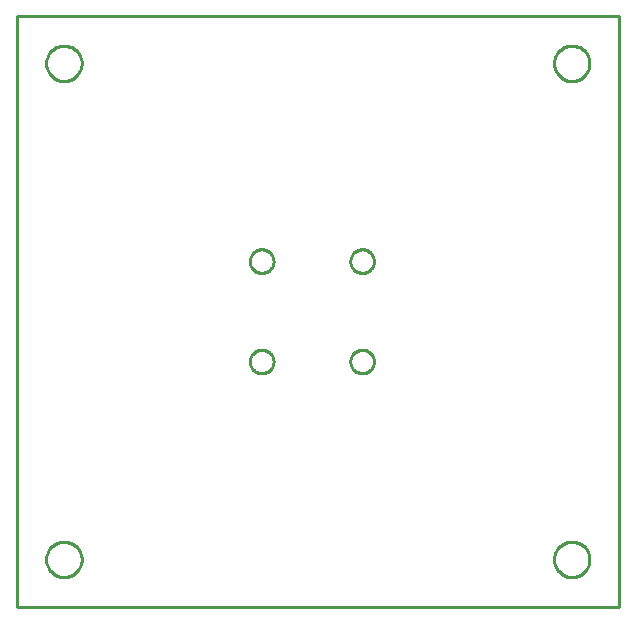
<source format=gbr>
G04 EAGLE Gerber RS-274X export*
G75*
%MOMM*%
%FSLAX34Y34*%
%LPD*%
%IN*%
%IPPOS*%
%AMOC8*
5,1,8,0,0,1.08239X$1,22.5*%
G01*
%ADD10C,0.254000*%


D10*
X0Y0D02*
X510000Y0D01*
X510000Y500000D01*
X0Y500000D01*
X0Y0D01*
X485000Y39464D02*
X484924Y38396D01*
X484771Y37335D01*
X484543Y36288D01*
X484241Y35260D01*
X483867Y34256D01*
X483422Y33281D01*
X482908Y32341D01*
X482329Y31440D01*
X481687Y30582D01*
X480985Y29772D01*
X480228Y29015D01*
X479418Y28313D01*
X478560Y27671D01*
X477659Y27092D01*
X476719Y26578D01*
X475744Y26133D01*
X474740Y25759D01*
X473712Y25457D01*
X472665Y25229D01*
X471604Y25076D01*
X470536Y25000D01*
X469464Y25000D01*
X468396Y25076D01*
X467335Y25229D01*
X466288Y25457D01*
X465260Y25759D01*
X464256Y26133D01*
X463281Y26578D01*
X462341Y27092D01*
X461440Y27671D01*
X460582Y28313D01*
X459772Y29015D01*
X459015Y29772D01*
X458313Y30582D01*
X457671Y31440D01*
X457092Y32341D01*
X456578Y33281D01*
X456133Y34256D01*
X455759Y35260D01*
X455457Y36288D01*
X455229Y37335D01*
X455076Y38396D01*
X455000Y39464D01*
X455000Y40536D01*
X455076Y41604D01*
X455229Y42665D01*
X455457Y43712D01*
X455759Y44740D01*
X456133Y45744D01*
X456578Y46719D01*
X457092Y47659D01*
X457671Y48560D01*
X458313Y49418D01*
X459015Y50228D01*
X459772Y50985D01*
X460582Y51687D01*
X461440Y52329D01*
X462341Y52908D01*
X463281Y53422D01*
X464256Y53867D01*
X465260Y54241D01*
X466288Y54543D01*
X467335Y54771D01*
X468396Y54924D01*
X469464Y55000D01*
X470536Y55000D01*
X471604Y54924D01*
X472665Y54771D01*
X473712Y54543D01*
X474740Y54241D01*
X475744Y53867D01*
X476719Y53422D01*
X477659Y52908D01*
X478560Y52329D01*
X479418Y51687D01*
X480228Y50985D01*
X480985Y50228D01*
X481687Y49418D01*
X482329Y48560D01*
X482908Y47659D01*
X483422Y46719D01*
X483867Y45744D01*
X484241Y44740D01*
X484543Y43712D01*
X484771Y42665D01*
X484924Y41604D01*
X485000Y40536D01*
X485000Y39464D01*
X485000Y459464D02*
X484924Y458396D01*
X484771Y457335D01*
X484543Y456288D01*
X484241Y455260D01*
X483867Y454256D01*
X483422Y453281D01*
X482908Y452341D01*
X482329Y451440D01*
X481687Y450582D01*
X480985Y449772D01*
X480228Y449015D01*
X479418Y448313D01*
X478560Y447671D01*
X477659Y447092D01*
X476719Y446578D01*
X475744Y446133D01*
X474740Y445759D01*
X473712Y445457D01*
X472665Y445229D01*
X471604Y445076D01*
X470536Y445000D01*
X469464Y445000D01*
X468396Y445076D01*
X467335Y445229D01*
X466288Y445457D01*
X465260Y445759D01*
X464256Y446133D01*
X463281Y446578D01*
X462341Y447092D01*
X461440Y447671D01*
X460582Y448313D01*
X459772Y449015D01*
X459015Y449772D01*
X458313Y450582D01*
X457671Y451440D01*
X457092Y452341D01*
X456578Y453281D01*
X456133Y454256D01*
X455759Y455260D01*
X455457Y456288D01*
X455229Y457335D01*
X455076Y458396D01*
X455000Y459464D01*
X455000Y460536D01*
X455076Y461604D01*
X455229Y462665D01*
X455457Y463712D01*
X455759Y464740D01*
X456133Y465744D01*
X456578Y466719D01*
X457092Y467659D01*
X457671Y468560D01*
X458313Y469418D01*
X459015Y470228D01*
X459772Y470985D01*
X460582Y471687D01*
X461440Y472329D01*
X462341Y472908D01*
X463281Y473422D01*
X464256Y473867D01*
X465260Y474241D01*
X466288Y474543D01*
X467335Y474771D01*
X468396Y474924D01*
X469464Y475000D01*
X470536Y475000D01*
X471604Y474924D01*
X472665Y474771D01*
X473712Y474543D01*
X474740Y474241D01*
X475744Y473867D01*
X476719Y473422D01*
X477659Y472908D01*
X478560Y472329D01*
X479418Y471687D01*
X480228Y470985D01*
X480985Y470228D01*
X481687Y469418D01*
X482329Y468560D01*
X482908Y467659D01*
X483422Y466719D01*
X483867Y465744D01*
X484241Y464740D01*
X484543Y463712D01*
X484771Y462665D01*
X484924Y461604D01*
X485000Y460536D01*
X485000Y459464D01*
X55000Y39464D02*
X54924Y38396D01*
X54771Y37335D01*
X54543Y36288D01*
X54241Y35260D01*
X53867Y34256D01*
X53422Y33281D01*
X52908Y32341D01*
X52329Y31440D01*
X51687Y30582D01*
X50985Y29772D01*
X50228Y29015D01*
X49418Y28313D01*
X48560Y27671D01*
X47659Y27092D01*
X46719Y26578D01*
X45744Y26133D01*
X44740Y25759D01*
X43712Y25457D01*
X42665Y25229D01*
X41604Y25076D01*
X40536Y25000D01*
X39464Y25000D01*
X38396Y25076D01*
X37335Y25229D01*
X36288Y25457D01*
X35260Y25759D01*
X34256Y26133D01*
X33281Y26578D01*
X32341Y27092D01*
X31440Y27671D01*
X30582Y28313D01*
X29772Y29015D01*
X29015Y29772D01*
X28313Y30582D01*
X27671Y31440D01*
X27092Y32341D01*
X26578Y33281D01*
X26133Y34256D01*
X25759Y35260D01*
X25457Y36288D01*
X25229Y37335D01*
X25076Y38396D01*
X25000Y39464D01*
X25000Y40536D01*
X25076Y41604D01*
X25229Y42665D01*
X25457Y43712D01*
X25759Y44740D01*
X26133Y45744D01*
X26578Y46719D01*
X27092Y47659D01*
X27671Y48560D01*
X28313Y49418D01*
X29015Y50228D01*
X29772Y50985D01*
X30582Y51687D01*
X31440Y52329D01*
X32341Y52908D01*
X33281Y53422D01*
X34256Y53867D01*
X35260Y54241D01*
X36288Y54543D01*
X37335Y54771D01*
X38396Y54924D01*
X39464Y55000D01*
X40536Y55000D01*
X41604Y54924D01*
X42665Y54771D01*
X43712Y54543D01*
X44740Y54241D01*
X45744Y53867D01*
X46719Y53422D01*
X47659Y52908D01*
X48560Y52329D01*
X49418Y51687D01*
X50228Y50985D01*
X50985Y50228D01*
X51687Y49418D01*
X52329Y48560D01*
X52908Y47659D01*
X53422Y46719D01*
X53867Y45744D01*
X54241Y44740D01*
X54543Y43712D01*
X54771Y42665D01*
X54924Y41604D01*
X55000Y40536D01*
X55000Y39464D01*
X55000Y459464D02*
X54924Y458396D01*
X54771Y457335D01*
X54543Y456288D01*
X54241Y455260D01*
X53867Y454256D01*
X53422Y453281D01*
X52908Y452341D01*
X52329Y451440D01*
X51687Y450582D01*
X50985Y449772D01*
X50228Y449015D01*
X49418Y448313D01*
X48560Y447671D01*
X47659Y447092D01*
X46719Y446578D01*
X45744Y446133D01*
X44740Y445759D01*
X43712Y445457D01*
X42665Y445229D01*
X41604Y445076D01*
X40536Y445000D01*
X39464Y445000D01*
X38396Y445076D01*
X37335Y445229D01*
X36288Y445457D01*
X35260Y445759D01*
X34256Y446133D01*
X33281Y446578D01*
X32341Y447092D01*
X31440Y447671D01*
X30582Y448313D01*
X29772Y449015D01*
X29015Y449772D01*
X28313Y450582D01*
X27671Y451440D01*
X27092Y452341D01*
X26578Y453281D01*
X26133Y454256D01*
X25759Y455260D01*
X25457Y456288D01*
X25229Y457335D01*
X25076Y458396D01*
X25000Y459464D01*
X25000Y460536D01*
X25076Y461604D01*
X25229Y462665D01*
X25457Y463712D01*
X25759Y464740D01*
X26133Y465744D01*
X26578Y466719D01*
X27092Y467659D01*
X27671Y468560D01*
X28313Y469418D01*
X29015Y470228D01*
X29772Y470985D01*
X30582Y471687D01*
X31440Y472329D01*
X32341Y472908D01*
X33281Y473422D01*
X34256Y473867D01*
X35260Y474241D01*
X36288Y474543D01*
X37335Y474771D01*
X38396Y474924D01*
X39464Y475000D01*
X40536Y475000D01*
X41604Y474924D01*
X42665Y474771D01*
X43712Y474543D01*
X44740Y474241D01*
X45744Y473867D01*
X46719Y473422D01*
X47659Y472908D01*
X48560Y472329D01*
X49418Y471687D01*
X50228Y470985D01*
X50985Y470228D01*
X51687Y469418D01*
X52329Y468560D01*
X52908Y467659D01*
X53422Y466719D01*
X53867Y465744D01*
X54241Y464740D01*
X54543Y463712D01*
X54771Y462665D01*
X54924Y461604D01*
X55000Y460536D01*
X55000Y459464D01*
X197500Y292063D02*
X197576Y291194D01*
X197728Y290334D01*
X197954Y289490D01*
X198252Y288670D01*
X198621Y287878D01*
X199058Y287122D01*
X199559Y286407D01*
X200120Y285738D01*
X200738Y285120D01*
X201407Y284559D01*
X202122Y284058D01*
X202878Y283621D01*
X203670Y283252D01*
X204490Y282954D01*
X205334Y282728D01*
X206194Y282576D01*
X207063Y282500D01*
X207937Y282500D01*
X208807Y282576D01*
X209666Y282728D01*
X210510Y282954D01*
X211330Y283252D01*
X212122Y283621D01*
X212878Y284058D01*
X213593Y284559D01*
X214262Y285120D01*
X214880Y285738D01*
X215441Y286407D01*
X215942Y287122D01*
X216379Y287878D01*
X216748Y288670D01*
X217046Y289490D01*
X217272Y290334D01*
X217424Y291194D01*
X217500Y292063D01*
X217500Y292937D01*
X217424Y293807D01*
X217272Y294666D01*
X217046Y295510D01*
X216748Y296330D01*
X216379Y297122D01*
X215942Y297878D01*
X215441Y298593D01*
X214880Y299262D01*
X214262Y299880D01*
X213593Y300441D01*
X212878Y300942D01*
X212122Y301379D01*
X211330Y301748D01*
X210510Y302046D01*
X209666Y302272D01*
X208807Y302424D01*
X207937Y302500D01*
X207063Y302500D01*
X206194Y302424D01*
X205334Y302272D01*
X204490Y302046D01*
X203670Y301748D01*
X202878Y301379D01*
X202122Y300942D01*
X201407Y300441D01*
X200738Y299880D01*
X200120Y299262D01*
X199559Y298593D01*
X199058Y297878D01*
X198621Y297122D01*
X198252Y296330D01*
X197954Y295510D01*
X197728Y294666D01*
X197576Y293807D01*
X197500Y292937D01*
X197500Y292063D01*
X282500Y292063D02*
X282576Y291194D01*
X282728Y290334D01*
X282954Y289490D01*
X283252Y288670D01*
X283621Y287878D01*
X284058Y287122D01*
X284559Y286407D01*
X285120Y285738D01*
X285738Y285120D01*
X286407Y284559D01*
X287122Y284058D01*
X287878Y283621D01*
X288670Y283252D01*
X289490Y282954D01*
X290334Y282728D01*
X291194Y282576D01*
X292063Y282500D01*
X292937Y282500D01*
X293807Y282576D01*
X294666Y282728D01*
X295510Y282954D01*
X296330Y283252D01*
X297122Y283621D01*
X297878Y284058D01*
X298593Y284559D01*
X299262Y285120D01*
X299880Y285738D01*
X300441Y286407D01*
X300942Y287122D01*
X301379Y287878D01*
X301748Y288670D01*
X302046Y289490D01*
X302272Y290334D01*
X302424Y291194D01*
X302500Y292063D01*
X302500Y292937D01*
X302424Y293807D01*
X302272Y294666D01*
X302046Y295510D01*
X301748Y296330D01*
X301379Y297122D01*
X300942Y297878D01*
X300441Y298593D01*
X299880Y299262D01*
X299262Y299880D01*
X298593Y300441D01*
X297878Y300942D01*
X297122Y301379D01*
X296330Y301748D01*
X295510Y302046D01*
X294666Y302272D01*
X293807Y302424D01*
X292937Y302500D01*
X292063Y302500D01*
X291194Y302424D01*
X290334Y302272D01*
X289490Y302046D01*
X288670Y301748D01*
X287878Y301379D01*
X287122Y300942D01*
X286407Y300441D01*
X285738Y299880D01*
X285120Y299262D01*
X284559Y298593D01*
X284058Y297878D01*
X283621Y297122D01*
X283252Y296330D01*
X282954Y295510D01*
X282728Y294666D01*
X282576Y293807D01*
X282500Y292937D01*
X282500Y292063D01*
X282500Y207063D02*
X282576Y206194D01*
X282728Y205334D01*
X282954Y204490D01*
X283252Y203670D01*
X283621Y202878D01*
X284058Y202122D01*
X284559Y201407D01*
X285120Y200738D01*
X285738Y200120D01*
X286407Y199559D01*
X287122Y199058D01*
X287878Y198621D01*
X288670Y198252D01*
X289490Y197954D01*
X290334Y197728D01*
X291194Y197576D01*
X292063Y197500D01*
X292937Y197500D01*
X293807Y197576D01*
X294666Y197728D01*
X295510Y197954D01*
X296330Y198252D01*
X297122Y198621D01*
X297878Y199058D01*
X298593Y199559D01*
X299262Y200120D01*
X299880Y200738D01*
X300441Y201407D01*
X300942Y202122D01*
X301379Y202878D01*
X301748Y203670D01*
X302046Y204490D01*
X302272Y205334D01*
X302424Y206194D01*
X302500Y207063D01*
X302500Y207937D01*
X302424Y208807D01*
X302272Y209666D01*
X302046Y210510D01*
X301748Y211330D01*
X301379Y212122D01*
X300942Y212878D01*
X300441Y213593D01*
X299880Y214262D01*
X299262Y214880D01*
X298593Y215441D01*
X297878Y215942D01*
X297122Y216379D01*
X296330Y216748D01*
X295510Y217046D01*
X294666Y217272D01*
X293807Y217424D01*
X292937Y217500D01*
X292063Y217500D01*
X291194Y217424D01*
X290334Y217272D01*
X289490Y217046D01*
X288670Y216748D01*
X287878Y216379D01*
X287122Y215942D01*
X286407Y215441D01*
X285738Y214880D01*
X285120Y214262D01*
X284559Y213593D01*
X284058Y212878D01*
X283621Y212122D01*
X283252Y211330D01*
X282954Y210510D01*
X282728Y209666D01*
X282576Y208807D01*
X282500Y207937D01*
X282500Y207063D01*
X197500Y207063D02*
X197576Y206194D01*
X197728Y205334D01*
X197954Y204490D01*
X198252Y203670D01*
X198621Y202878D01*
X199058Y202122D01*
X199559Y201407D01*
X200120Y200738D01*
X200738Y200120D01*
X201407Y199559D01*
X202122Y199058D01*
X202878Y198621D01*
X203670Y198252D01*
X204490Y197954D01*
X205334Y197728D01*
X206194Y197576D01*
X207063Y197500D01*
X207937Y197500D01*
X208807Y197576D01*
X209666Y197728D01*
X210510Y197954D01*
X211330Y198252D01*
X212122Y198621D01*
X212878Y199058D01*
X213593Y199559D01*
X214262Y200120D01*
X214880Y200738D01*
X215441Y201407D01*
X215942Y202122D01*
X216379Y202878D01*
X216748Y203670D01*
X217046Y204490D01*
X217272Y205334D01*
X217424Y206194D01*
X217500Y207063D01*
X217500Y207937D01*
X217424Y208807D01*
X217272Y209666D01*
X217046Y210510D01*
X216748Y211330D01*
X216379Y212122D01*
X215942Y212878D01*
X215441Y213593D01*
X214880Y214262D01*
X214262Y214880D01*
X213593Y215441D01*
X212878Y215942D01*
X212122Y216379D01*
X211330Y216748D01*
X210510Y217046D01*
X209666Y217272D01*
X208807Y217424D01*
X207937Y217500D01*
X207063Y217500D01*
X206194Y217424D01*
X205334Y217272D01*
X204490Y217046D01*
X203670Y216748D01*
X202878Y216379D01*
X202122Y215942D01*
X201407Y215441D01*
X200738Y214880D01*
X200120Y214262D01*
X199559Y213593D01*
X199058Y212878D01*
X198621Y212122D01*
X198252Y211330D01*
X197954Y210510D01*
X197728Y209666D01*
X197576Y208807D01*
X197500Y207937D01*
X197500Y207063D01*
M02*

</source>
